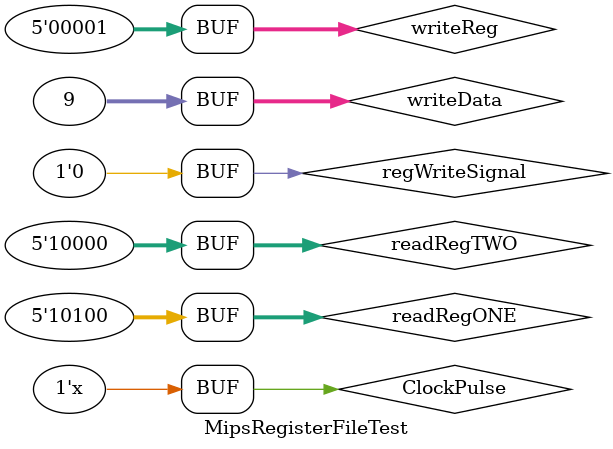
<source format=v>
`timescale 1ns / 1ps

module MipsRegisterFileTest;

	// Inputs
	reg ClockPulse;
	reg regWriteSignal;
	reg [4:0] readRegONE;
	reg [4:0] readRegTWO;
	reg [4:0] writeReg;
	reg [31:0] writeData;

	// Outputs
	wire [31:0] readDataONE;
	wire [31:0] readDataTWO;

	// Instantiate the Unit Under Test (UUT)
	RegisterFile uut (
		.ClockPulse(ClockPulse), 
		.regWriteSignal(regWriteSignal), 
		.readRegONE(readRegONE), 
		.readRegTWO(readRegTWO), 
		.writeReg(writeReg), 
		.writeData(writeData), 
		.readDataONE(readDataONE), 
		.readDataTWO(readDataTWO)
	);
	always 
		begin
			#50	ClockPulse = ~ClockPulse;    // T = 100ns
		end 

	initial begin
		// Initialize Inputs
		ClockPulse = 0;
		

	   readRegONE = 15;
		readRegTWO = 10;
		writeReg =   5;
		regWriteSignal = 1;
		writeData = 3;
		
		
		#100;

		readRegONE = 12;
		readRegTWO = 8;
		writeReg =   0;
		regWriteSignal = 1;
		writeData = 5;
		
		#100;

		readRegONE = 20;
		readRegTWO = 16;
		writeReg =   1;
		regWriteSignal = 0;
		writeData = 9;

	end
      
endmodule


</source>
